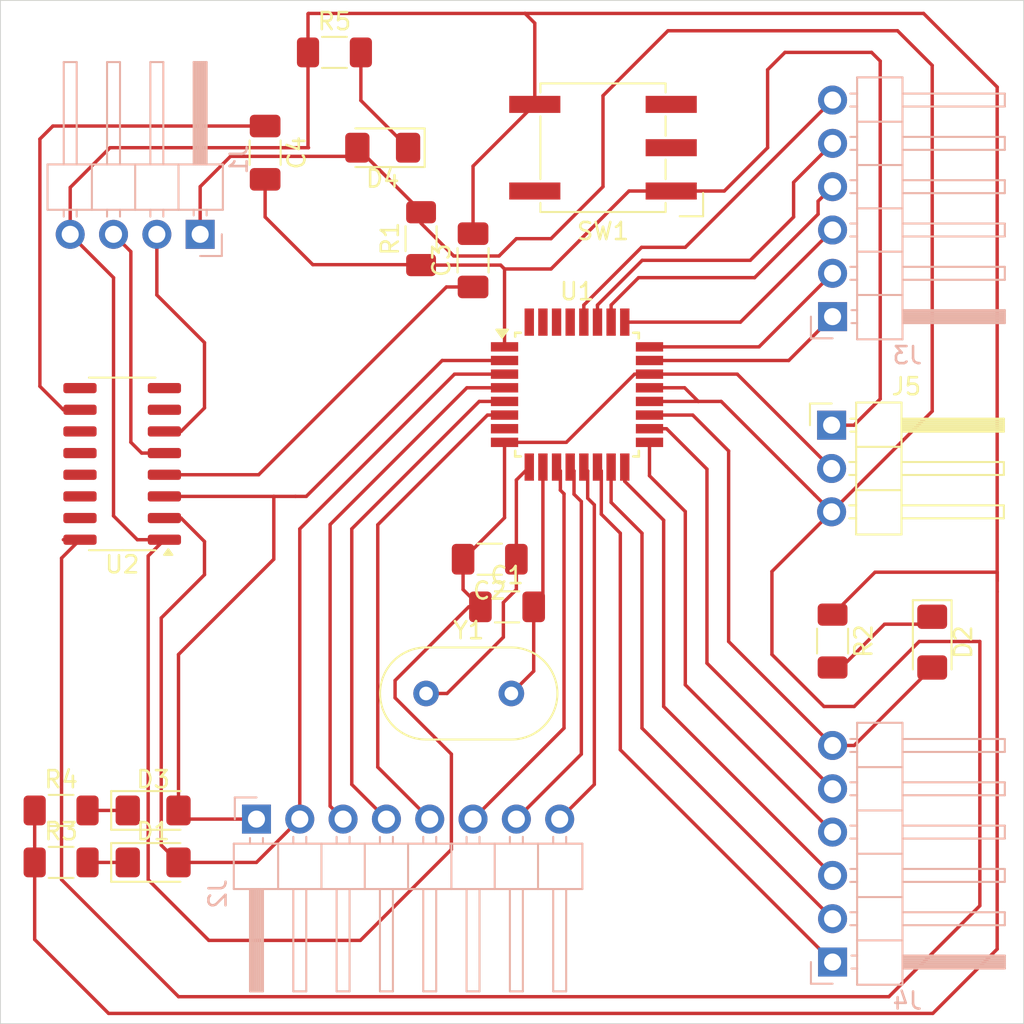
<source format=kicad_pcb>
(kicad_pcb (version 20221018) (generator pcbnew)
  (layers (0 "F.Cu" signal) (31 "B.Cu" signal) (34 "B.Paste" user) (35 "F.Paste" user) (36 "B.SilkS" user "B.Silkscreen") (37 "F.SilkS" user "F.Silkscreen") (38 "B.Mask" user) (39 "F.Mask" user) (44 "Edge.Cuts" user))
  (net 0 "")
  (net 1 "GND")
  (net 2 "Net-(U1-XTAL2{slash}PB7)")
  (net 3 "Net-(J5-Pin_1)")
  (net 4 "+5V")
  (net 5 "Net-(J2-Pin_3)")
  (net 6 "Net-(J2-Pin_4)")
  (net 7 "Net-(J2-Pin_5)")
  (net 8 "Net-(J2-Pin_6)")
  (net 9 "Net-(J2-Pin_7)")
  (net 10 "Net-(J2-Pin_8)")
  (net 11 "Net-(J3-Pin_1)")
  (net 12 "Net-(J3-Pin_2)")
  (net 13 "Net-(J3-Pin_3)")
  (net 14 "Net-(J3-Pin_4)")
  (net 15 "Net-(J3-Pin_5)")
  (net 16 "Net-(J3-Pin_6)")
  (net 17 "Net-(J4-Pin_1)")
  (net 18 "Net-(J4-Pin_2)")
  (net 19 "Net-(J4-Pin_3)")
  (net 20 "Net-(J4-Pin_4)")
  (net 21 "Net-(J4-Pin_5)")
  (net 30 "Net-(J1-Pin_2)")
  (net 31 "Net-(J1-Pin_3)")
  (net 32 "Net-(D2-A)")
  (net 33 "Net-(D2-K)")
  (net 34 "Net-(U2-V3)")
  (net 35 "Net-(U2-~{DSR})")
  (net 36 "Net-(D1-K)")
  (net 37 "Net-(D1-A)")
  (net 38 "Net-(D3-K)")
  (net 39 "Net-(D3-A)")
  (net 40 "Net-(D4-K)")
  (net 41 "Net-(U1-XTAL1{slash}PB6)")
  (footprint "LED_SMD:LED_1206_3216Metric_Pad1.42x1.75mm_HandSolder" (layer "F.Cu") (at 170.688 74.9665 -90)
    (fp_text reference "D2" (at 0 -1.82 90) (layer "F.SilkS"))
    (fp_text value "LED")
    (pad "1" smd roundrect (at -1.4875 0 270) (size 1.425 1.75) (layers "F.Cu" "F.Paste" "F.Mask") (roundrect_rratio 0.175439) (net 33 "Net-(D2-K)"))
    (pad "2" smd roundrect (at 1.4875 0 270) (size 1.425 1.75) (layers "F.Cu" "F.Paste" "F.Mask") (roundrect_rratio 0.175439) (net 32 "Net-(D2-A)"))
  )
  (footprint "Resistor_SMD:R_1206_3216Metric_Pad1.30x1.75mm_HandSolder" (layer "F.Cu") (at 135.636 40.386)
    (fp_text reference "R5" (at 0 -1.82) (layer "F.SilkS"))
    (fp_text value "1k")
    (pad "1" smd roundrect (at -1.55 0) (size 1.3 1.75) (layers "F.Cu" "F.Paste" "F.Mask") (roundrect_rratio 0.192308) (net 1 "GND"))
    (pad "2" smd roundrect (at 1.55 0) (size 1.3 1.75) (layers "F.Cu" "F.Paste" "F.Mask") (roundrect_rratio 0.192308) (net 40 "Net-(D4-K)"))
  )
  (footprint "Capacitor_SMD:C_1206_3216Metric_Pad1.33x1.80mm_HandSolder" (layer "F.Cu") (at 144.7415 70.104 180)
    (fp_text reference "C2" (at 0 -1.85) (layer "F.SilkS"))
    (fp_text value "22pf")
    (pad "1" smd roundrect (at -1.5625 0 180) (size 1.325 1.8) (layers "F.Cu" "F.Paste" "F.Mask") (roundrect_rratio 0.188679) (net 41 "Net-(U1-XTAL1{slash}PB6)"))
    (pad "2" smd roundrect (at 1.5625 0 180) (size 1.325 1.8) (layers "F.Cu" "F.Paste" "F.Mask") (roundrect_rratio 0.188679) (net 1 "GND"))
  )
  (footprint "Resistor_SMD:R_1206_3216Metric_Pad1.30x1.75mm_HandSolder" (layer "F.Cu") (at 140.716 51.308 90)
    (fp_text reference "R1" (at 0 -1.82 90) (layer "F.SilkS"))
    (fp_text value "1k")
    (pad "1" smd roundrect (at -1.55 0 90) (size 1.3 1.75) (layers "F.Cu" "F.Paste" "F.Mask") (roundrect_rratio 0.192308) (net 3 "Net-(J5-Pin_1)"))
    (pad "2" smd roundrect (at 1.55 0 90) (size 1.3 1.75) (layers "F.Cu" "F.Paste" "F.Mask") (roundrect_rratio 0.192308) (net 4 "+5V"))
  )
  (footprint "Resistor_SMD:R_1206_3216Metric_Pad1.30x1.75mm_HandSolder" (layer "F.Cu") (at 119.608 87.884)
    (fp_text reference "R3" (at 0 -1.82) (layer "F.SilkS"))
    (fp_text value "1k")
    (pad "1" smd roundrect (at -1.55 0) (size 1.3 1.75) (layers "F.Cu" "F.Paste" "F.Mask") (roundrect_rratio 0.192308) (net 1 "GND"))
    (pad "2" smd roundrect (at 1.55 0) (size 1.3 1.75) (layers "F.Cu" "F.Paste" "F.Mask") (roundrect_rratio 0.192308) (net 36 "Net-(D1-K)"))
  )
  (footprint "Capacitor_SMD:C_1206_3216Metric_Pad1.33x1.80mm_HandSolder" (layer "F.Cu") (at 143.764 52.578 90)
    (fp_text reference "C3" (at 0 -1.85 90) (layer "F.SilkS"))
    (fp_text value "0.1uf")
    (pad "1" smd roundrect (at -1.5625 0 90) (size 1.325 1.8) (layers "F.Cu" "F.Paste" "F.Mask") (roundrect_rratio 0.188679) (net 34 "Net-(U2-V3)"))
    (pad "2" smd roundrect (at 1.5625 0 90) (size 1.325 1.8) (layers "F.Cu" "F.Paste" "F.Mask") (roundrect_rratio 0.188679) (net 1 "GND"))
  )
  (footprint "Package_SO:SOIC-16_3.9x9.9mm_P1.27mm" (layer "F.Cu") (at 123.19 64.516 180)
    (fp_text reference "U2" (at 0 -5.9) (layer "F.SilkS"))
    (fp_text value "CH340C")
    (pad "1" smd roundrect (at -2.475 -4.445 180) (size 1.95 0.6) (layers "F.Cu" "F.Paste" "F.Mask") (net 1 "GND"))
    (pad "2" smd roundrect (at -2.475 -3.175 180) (size 1.95 0.6) (layers "F.Cu" "F.Paste" "F.Mask") (net 37 "Net-(D1-A)"))
    (pad "3" smd roundrect (at -2.475 -1.905 180) (size 1.95 0.6) (layers "F.Cu" "F.Paste" "F.Mask") (net 39 "Net-(D3-A)"))
    (pad "4" smd roundrect (at -2.475 -0.635 180) (size 1.95 0.6) (layers "F.Cu" "F.Paste" "F.Mask") (net 34 "Net-(U2-V3)"))
    (pad "5" smd roundrect (at -2.475 0.635 180) (size 1.95 0.6) (layers "F.Cu" "F.Paste" "F.Mask") (net 31 "Net-(J1-Pin_3)"))
    (pad "6" smd roundrect (at -2.475 1.905 180) (size 1.95 0.6) (layers "F.Cu" "F.Paste" "F.Mask") (net 30 "Net-(J1-Pin_2)"))
    (pad "7" smd roundrect (at -2.475 3.175 180) (size 1.95 0.6) (layers "F.Cu" "F.Paste" "F.Mask"))
    (pad "8" smd roundrect (at -2.475 4.445 180) (size 1.95 0.6) (layers "F.Cu" "F.Paste" "F.Mask"))
    (pad "9" smd roundrect (at 2.475 4.445 180) (size 1.95 0.6) (layers "F.Cu" "F.Paste" "F.Mask"))
    (pad "10" smd roundrect (at 2.475 3.175 180) (size 1.95 0.6) (layers "F.Cu" "F.Paste" "F.Mask") (net 35 "Net-(U2-~{DSR})"))
    (pad "11" smd roundrect (at 2.475 1.905 180) (size 1.95 0.6) (layers "F.Cu" "F.Paste" "F.Mask"))
    (pad "12" smd roundrect (at 2.475 0.635 180) (size 1.95 0.6) (layers "F.Cu" "F.Paste" "F.Mask"))
    (pad "13" smd roundrect (at 2.475 -0.635 180) (size 1.95 0.6) (layers "F.Cu" "F.Paste" "F.Mask"))
    (pad "14" smd roundrect (at 2.475 -1.905 180) (size 1.95 0.6) (layers "F.Cu" "F.Paste" "F.Mask"))
    (pad "15" smd roundrect (at 2.475 -3.175 180) (size 1.95 0.6) (layers "F.Cu" "F.Paste" "F.Mask"))
    (pad "16" smd roundrect (at 2.475 -4.445 180) (size 1.95 0.6) (layers "F.Cu" "F.Paste" "F.Mask") (net 4 "+5V"))
  )
  (footprint "Crystal:Resonator-2Pin_W10.0mm_H5.0mm" (layer "F.Cu") (at 141.01 77.978)
    (fp_text reference "Y1" (at 2.5 -3.7) (layer "F.SilkS"))
    (fp_text value "Crystal")
    (pad "1" thru_hole circle (at 0 0) (size 1.5 1.5) (drill 0.8) (layers "*.Cu" "*.Mask") (net 41 "Net-(U1-XTAL1{slash}PB6)"))
    (pad "2" thru_hole circle (at 5 0) (size 1.5 1.5) (drill 0.8) (layers "*.Cu" "*.Mask") (net 2 "Net-(U1-XTAL2{slash}PB7)"))
  )
  (footprint "Package_QFP:TQFP-32_7x7mm_P0.8mm" (layer "F.Cu") (at 149.86 60.452)
    (fp_text reference "U1" (at 0 -6.05) (layer "F.SilkS"))
    (fp_text value "ATmega328P-P")
    (pad "1" smd rect (at -4.25 -2.8) (size 1.6 0.55) (layers "F.Cu" "F.Paste" "F.Mask") (net 3 "Net-(J5-Pin_1)"))
    (pad "2" smd rect (at -4.25 -2) (size 1.6 0.55) (layers "F.Cu" "F.Paste" "F.Mask") (net 39 "Net-(D3-A)"))
    (pad "3" smd rect (at -4.25 -1.2) (size 1.6 0.55) (layers "F.Cu" "F.Paste" "F.Mask") (net 37 "Net-(D1-A)"))
    (pad "4" smd rect (at -4.25 -0.4) (size 1.6 0.55) (layers "F.Cu" "F.Paste" "F.Mask") (net 5 "Net-(J2-Pin_3)"))
    (pad "5" smd rect (at -4.25 0.4) (size 1.6 0.55) (layers "F.Cu" "F.Paste" "F.Mask") (net 6 "Net-(J2-Pin_4)"))
    (pad "6" smd rect (at -4.25 1.2) (size 1.6 0.55) (layers "F.Cu" "F.Paste" "F.Mask") (net 7 "Net-(J2-Pin_5)"))
    (pad "7" smd rect (at -4.25 2) (size 1.6 0.55) (layers "F.Cu" "F.Paste" "F.Mask") (net 4 "+5V"))
    (pad "8" smd rect (at -4.25 2.8) (size 1.6 0.55) (layers "F.Cu" "F.Paste" "F.Mask") (net 1 "GND"))
    (pad "9" smd rect (at -2.8 4.25 90) (size 1.6 0.55) (layers "F.Cu" "F.Paste" "F.Mask") (net 41 "Net-(U1-XTAL1{slash}PB6)"))
    (pad "10" smd rect (at -2 4.25 90) (size 1.6 0.55) (layers "F.Cu" "F.Paste" "F.Mask") (net 2 "Net-(U1-XTAL2{slash}PB7)"))
    (pad "11" smd rect (at -1.2 4.25 90) (size 1.6 0.55) (layers "F.Cu" "F.Paste" "F.Mask") (net 8 "Net-(J2-Pin_6)"))
    (pad "12" smd rect (at -0.4 4.25 90) (size 1.6 0.55) (layers "F.Cu" "F.Paste" "F.Mask") (net 9 "Net-(J2-Pin_7)"))
    (pad "13" smd rect (at 0.4 4.25 90) (size 1.6 0.55) (layers "F.Cu" "F.Paste" "F.Mask") (net 10 "Net-(J2-Pin_8)"))
    (pad "14" smd rect (at 1.2 4.25 90) (size 1.6 0.55) (layers "F.Cu" "F.Paste" "F.Mask") (net 17 "Net-(J4-Pin_1)"))
    (pad "15" smd rect (at 2 4.25 90) (size 1.6 0.55) (layers "F.Cu" "F.Paste" "F.Mask") (net 18 "Net-(J4-Pin_2)"))
    (pad "16" smd rect (at 2.8 4.25 90) (size 1.6 0.55) (layers "F.Cu" "F.Paste" "F.Mask") (net 19 "Net-(J4-Pin_3)"))
    (pad "17" smd rect (at 4.25 2.8) (size 1.6 0.55) (layers "F.Cu" "F.Paste" "F.Mask") (net 20 "Net-(J4-Pin_4)"))
    (pad "18" smd rect (at 4.25 2) (size 1.6 0.55) (layers "F.Cu" "F.Paste" "F.Mask") (net 21 "Net-(J4-Pin_5)"))
    (pad "19" smd rect (at 4.25 1.2) (size 1.6 0.55) (layers "F.Cu" "F.Paste" "F.Mask") (net 32 "Net-(D2-A)"))
    (pad "20" smd rect (at 4.25 0.4) (size 1.6 0.55) (layers "F.Cu" "F.Paste" "F.Mask") (net 4 "+5V"))
    (pad "21" smd rect (at 4.25 -0.4) (size 1.6 0.55) (layers "F.Cu" "F.Paste" "F.Mask") (net 4 "+5V"))
    (pad "22" smd rect (at 4.25 -1.2) (size 1.6 0.55) (layers "F.Cu" "F.Paste" "F.Mask") (net 1 "GND"))
    (pad "23" smd rect (at 4.25 -2) (size 1.6 0.55) (layers "F.Cu" "F.Paste" "F.Mask") (net 11 "Net-(J3-Pin_1)"))
    (pad "24" smd rect (at 4.25 -2.8) (size 1.6 0.55) (layers "F.Cu" "F.Paste" "F.Mask") (net 12 "Net-(J3-Pin_2)"))
    (pad "25" smd rect (at 2.8 -4.25 90) (size 1.6 0.55) (layers "F.Cu" "F.Paste" "F.Mask") (net 13 "Net-(J3-Pin_3)"))
    (pad "26" smd rect (at 2 -4.25 90) (size 1.6 0.55) (layers "F.Cu" "F.Paste" "F.Mask") (net 14 "Net-(J3-Pin_4)"))
    (pad "27" smd rect (at 1.2 -4.25 90) (size 1.6 0.55) (layers "F.Cu" "F.Paste" "F.Mask") (net 15 "Net-(J3-Pin_5)"))
    (pad "28" smd rect (at 0.4 -4.25 90) (size 1.6 0.55) (layers "F.Cu" "F.Paste" "F.Mask") (net 16 "Net-(J3-Pin_6)"))
    (pad "29" smd rect (at -0.4 -4.25 90) (size 1.6 0.55) (layers "F.Cu" "F.Paste" "F.Mask"))
    (pad "30" smd rect (at -1.2 -4.25 90) (size 1.6 0.55) (layers "F.Cu" "F.Paste" "F.Mask"))
    (pad "31" smd rect (at -2 -4.25 90) (size 1.6 0.55) (layers "F.Cu" "F.Paste" "F.Mask"))
    (pad "32" smd rect (at -2.8 -4.25 90) (size 1.6 0.55) (layers "F.Cu" "F.Paste" "F.Mask"))
  )
  (footprint "Button_Switch_SMD:Nidec_Copal_SH-7040B" (layer "F.Cu") (at 151.384 45.974 180)
    (fp_text reference "SW1" (at 0 -4.9 180) (layer "F.SilkS"))
    (fp_text value "SW_Push")
    (pad "1" smd rect (at -4 -2.54 180) (size 3 1) (layers "F.Cu" "F.Paste" "F.Mask") (net 3 "Net-(J5-Pin_1)"))
    (pad "2" smd rect (at 4 2.54 180) (size 3 1) (layers "F.Cu" "F.Paste" "F.Mask") (net 1 "GND"))
    (pad "4" smd rect (at -4 2.54 180) (size 3 1) (layers "F.Cu" "F.Paste" "F.Mask"))
    (pad "8" smd rect (at 4 -2.54 180) (size 3 1) (layers "F.Cu" "F.Paste" "F.Mask"))
    (pad "C" smd rect (at -4 0 180) (size 3 1) (layers "F.Cu" "F.Paste" "F.Mask"))
  )
  (footprint "LED_SMD:LED_1206_3216Metric_Pad1.42x1.75mm_HandSolder" (layer "F.Cu") (at 125.0045 84.836)
    (fp_text reference "D3" (at 0 -1.82) (layer "F.SilkS"))
    (fp_text value "LED")
    (pad "1" smd roundrect (at -1.4875 0) (size 1.425 1.75) (layers "F.Cu" "F.Paste" "F.Mask") (roundrect_rratio 0.175439) (net 38 "Net-(D3-K)"))
    (pad "2" smd roundrect (at 1.4875 0) (size 1.425 1.75) (layers "F.Cu" "F.Paste" "F.Mask") (roundrect_rratio 0.175439) (net 39 "Net-(D3-A)"))
  )
  (footprint "LED_SMD:LED_1206_3216Metric_Pad1.42x1.75mm_HandSolder" (layer "F.Cu") (at 138.4665 45.974 180)
    (fp_text reference "D4" (at 0 -1.82) (layer "F.SilkS"))
    (fp_text value "LED")
    (pad "1" smd roundrect (at -1.4875 0 180) (size 1.425 1.75) (layers "F.Cu" "F.Paste" "F.Mask") (roundrect_rratio 0.175439) (net 40 "Net-(D4-K)"))
    (pad "2" smd roundrect (at 1.4875 0 180) (size 1.425 1.75) (layers "F.Cu" "F.Paste" "F.Mask") (roundrect_rratio 0.175439) (net 4 "+5V"))
  )
  (footprint "Connector_PinHeader_2.54mm:PinHeader_1x03_P2.54mm_Horizontal" (layer "F.Cu") (at 164.789 62.245)
    (fp_text reference "J5" (at 4.385 -2.27) (layer "F.SilkS"))
    (fp_text value "Power_pin")
    (pad "1" thru_hole rect (at 0 0) (size 1.7 1.7) (drill 1) (layers "*.Cu" "*.Mask") (net 3 "Net-(J5-Pin_1)"))
    (pad "2" thru_hole oval (at 0 2.54) (size 1.7 1.7) (drill 1) (layers "*.Cu" "*.Mask") (net 1 "GND"))
    (pad "3" thru_hole oval (at 0 5.08) (size 1.7 1.7) (drill 1) (layers "*.Cu" "*.Mask") (net 4 "+5V"))
  )
  (footprint "Resistor_SMD:R_1206_3216Metric_Pad1.30x1.75mm_HandSolder" (layer "F.Cu") (at 164.846 74.904 -90)
    (fp_text reference "R2" (at 0 -1.82 90) (layer "F.SilkS"))
    (fp_text value "1k")
    (pad "1" smd roundrect (at -1.55 0 270) (size 1.3 1.75) (layers "F.Cu" "F.Paste" "F.Mask") (roundrect_rratio 0.192308) (net 1 "GND"))
    (pad "2" smd roundrect (at 1.55 0 270) (size 1.3 1.75) (layers "F.Cu" "F.Paste" "F.Mask") (roundrect_rratio 0.192308) (net 33 "Net-(D2-K)"))
  )
  (footprint "LED_SMD:LED_1206_3216Metric_Pad1.42x1.75mm_HandSolder" (layer "F.Cu") (at 125.0045 87.884)
    (fp_text reference "D1" (at 0 -1.82) (layer "F.SilkS"))
    (fp_text value "LED")
    (pad "1" smd roundrect (at -1.4875 0) (size 1.425 1.75) (layers "F.Cu" "F.Paste" "F.Mask") (roundrect_rratio 0.175439) (net 36 "Net-(D1-K)"))
    (pad "2" smd roundrect (at 1.4875 0) (size 1.425 1.75) (layers "F.Cu" "F.Paste" "F.Mask") (roundrect_rratio 0.175439) (net 37 "Net-(D1-A)"))
  )
  (footprint "Capacitor_SMD:C_1206_3216Metric_Pad1.33x1.80mm_HandSolder" (layer "F.Cu") (at 131.572 46.2665 -90)
    (fp_text reference "C4" (at 0 -1.85 90) (layer "F.SilkS"))
    (fp_text value "0.1uf")
    (pad "1" smd roundrect (at -1.5625 0 270) (size 1.325 1.8) (layers "F.Cu" "F.Paste" "F.Mask") (roundrect_rratio 0.188679) (net 35 "Net-(U2-~{DSR})"))
    (pad "2" smd roundrect (at 1.5625 0 270) (size 1.325 1.8) (layers "F.Cu" "F.Paste" "F.Mask") (roundrect_rratio 0.188679) (net 3 "Net-(J5-Pin_1)"))
  )
  (footprint "Capacitor_SMD:C_1206_3216Metric_Pad1.33x1.80mm_HandSolder" (layer "F.Cu") (at 145.7575 72.898)
    (fp_text reference "C1" (at 0 -1.85) (layer "F.SilkS"))
    (fp_text value "22pf")
    (pad "1" smd roundrect (at -1.5625 0) (size 1.325 1.8) (layers "F.Cu" "F.Paste" "F.Mask") (roundrect_rratio 0.188679) (net 1 "GND"))
    (pad "2" smd roundrect (at 1.5625 0) (size 1.325 1.8) (layers "F.Cu" "F.Paste" "F.Mask") (roundrect_rratio 0.188679) (net 2 "Net-(U1-XTAL2{slash}PB7)"))
  )
  (footprint "Resistor_SMD:R_1206_3216Metric_Pad1.30x1.75mm_HandSolder" (layer "F.Cu") (at 119.608 84.836)
    (fp_text reference "R4" (at 0 -1.82) (layer "F.SilkS"))
    (fp_text value "1k")
    (pad "1" smd roundrect (at -1.55 0) (size 1.3 1.75) (layers "F.Cu" "F.Paste" "F.Mask") (roundrect_rratio 0.192308) (net 1 "GND"))
    (pad "2" smd roundrect (at 1.55 0) (size 1.3 1.75) (layers "F.Cu" "F.Paste" "F.Mask") (roundrect_rratio 0.192308) (net 38 "Net-(D3-K)"))
  )
  (footprint "Connector_PinHeader_2.54mm:PinHeader_1x08_P2.54mm_Horizontal" (layer "B.Cu") (at 131.064 85.344 -90)
    (fp_text reference "J2" (at 4.385 2.27 -270) (layer "B.SilkS") (effects (justify mirror)))
    (fp_text value "portD")
    (pad "1" thru_hole rect (at 0 0 270) (size 1.7 1.7) (drill 1) (layers "*.Cu" "*.Mask") (net 39 "Net-(D3-A)"))
    (pad "2" thru_hole oval (at 0 -2.54 270) (size 1.7 1.7) (drill 1) (layers "*.Cu" "*.Mask") (net 37 "Net-(D1-A)"))
    (pad "3" thru_hole oval (at 0 -5.08 270) (size 1.7 1.7) (drill 1) (layers "*.Cu" "*.Mask") (net 5 "Net-(J2-Pin_3)"))
    (pad "4" thru_hole oval (at 0 -7.62 270) (size 1.7 1.7) (drill 1) (layers "*.Cu" "*.Mask") (net 6 "Net-(J2-Pin_4)"))
    (pad "5" thru_hole oval (at 0 -10.16 270) (size 1.7 1.7) (drill 1) (layers "*.Cu" "*.Mask") (net 7 "Net-(J2-Pin_5)"))
    (pad "6" thru_hole oval (at 0 -12.7 270) (size 1.7 1.7) (drill 1) (layers "*.Cu" "*.Mask") (net 8 "Net-(J2-Pin_6)"))
    (pad "7" thru_hole oval (at 0 -15.24 270) (size 1.7 1.7) (drill 1) (layers "*.Cu" "*.Mask") (net 9 "Net-(J2-Pin_7)"))
    (pad "8" thru_hole oval (at 0 -17.78 270) (size 1.7 1.7) (drill 1) (layers "*.Cu" "*.Mask") (net 10 "Net-(J2-Pin_8)"))
  )
  (footprint "Connector_PinHeader_2.54mm:PinHeader_1x04_P2.54mm_Horizontal" (layer "B.Cu") (at 127.762 51.054 90)
    (fp_text reference "J1" (at 4.385 2.27 90) (layer "B.SilkS") (effects (justify mirror)))
    (fp_text value "USB-C")
    (pad "1" thru_hole rect (at 0 0 90) (size 1.7 1.7) (drill 1) (layers "*.Cu" "*.Mask") (net 4 "+5V"))
    (pad "2" thru_hole oval (at 0 -2.54 90) (size 1.7 1.7) (drill 1) (layers "*.Cu" "*.Mask") (net 30 "Net-(J1-Pin_2)"))
    (pad "3" thru_hole oval (at 0 -5.08 90) (size 1.7 1.7) (drill 1) (layers "*.Cu" "*.Mask") (net 31 "Net-(J1-Pin_3)"))
    (pad "4" thru_hole oval (at 0 -7.62 90) (size 1.7 1.7) (drill 1) (layers "*.Cu" "*.Mask") (net 1 "GND"))
  )
  (footprint "Connector_PinHeader_2.54mm:PinHeader_1x06_P2.54mm_Horizontal" (layer "B.Cu") (at 164.846 55.88)
    (fp_text reference "J3" (at 4.385 2.27 180) (layer "B.SilkS") (effects (justify mirror)))
    (fp_text value "portC")
    (pad "1" thru_hole rect (at 0 0) (size 1.7 1.7) (drill 1) (layers "*.Cu" "*.Mask") (net 11 "Net-(J3-Pin_1)"))
    (pad "2" thru_hole oval (at 0 -2.54) (size 1.7 1.7) (drill 1) (layers "*.Cu" "*.Mask") (net 12 "Net-(J3-Pin_2)"))
    (pad "3" thru_hole oval (at 0 -5.08) (size 1.7 1.7) (drill 1) (layers "*.Cu" "*.Mask") (net 13 "Net-(J3-Pin_3)"))
    (pad "4" thru_hole oval (at 0 -7.62) (size 1.7 1.7) (drill 1) (layers "*.Cu" "*.Mask") (net 14 "Net-(J3-Pin_4)"))
    (pad "5" thru_hole oval (at 0 -10.16) (size 1.7 1.7) (drill 1) (layers "*.Cu" "*.Mask") (net 15 "Net-(J3-Pin_5)"))
    (pad "6" thru_hole oval (at 0 -12.7) (size 1.7 1.7) (drill 1) (layers "*.Cu" "*.Mask") (net 16 "Net-(J3-Pin_6)"))
  )
  (footprint "Connector_PinHeader_2.54mm:PinHeader_1x06_P2.54mm_Horizontal" (layer "B.Cu") (at 164.846 93.726)
    (fp_text reference "J4" (at 4.385 2.27 180) (layer "B.SilkS") (effects (justify mirror)))
    (fp_text value "portB")
    (pad "1" thru_hole rect (at 0 0) (size 1.7 1.7) (drill 1) (layers "*.Cu" "*.Mask") (net 17 "Net-(J4-Pin_1)"))
    (pad "2" thru_hole oval (at 0 -2.54) (size 1.7 1.7) (drill 1) (layers "*.Cu" "*.Mask") (net 18 "Net-(J4-Pin_2)"))
    (pad "3" thru_hole oval (at 0 -5.08) (size 1.7 1.7) (drill 1) (layers "*.Cu" "*.Mask") (net 19 "Net-(J4-Pin_3)"))
    (pad "4" thru_hole oval (at 0 -7.62) (size 1.7 1.7) (drill 1) (layers "*.Cu" "*.Mask") (net 20 "Net-(J4-Pin_4)"))
    (pad "5" thru_hole oval (at 0 -10.16) (size 1.7 1.7) (drill 1) (layers "*.Cu" "*.Mask") (net 21 "Net-(J4-Pin_5)"))
    (pad "6" thru_hole oval (at 0 -12.7) (size 1.7 1.7) (drill 1) (layers "*.Cu" "*.Mask") (net 32 "Net-(D2-A)"))
  )
  (gr_rect (start 116.05 37.338) (end 176.05 97.338) (stroke (width 0.05)) (fill none) (layer "Edge.Cuts"))
  (segment (start 174.498 42.418) (end 174.498 71.374) (width 0.2) (layer "F.Cu") (net 1))
  (segment (start 139.192 78.232) (end 142.494 81.534) (width 0.2) (layer "F.Cu") (net 1))
  (segment (start 146.558 43.434) (end 147.384 43.434) (width 0.2) (layer "F.Cu") (net 1))
  (segment (start 145.61 63.252) (end 145.61 67.673) (width 0.2) (layer "F.Cu") (net 1))
  (segment (start 124.714 88.9) (end 124.714 69.912) (width 0.2) (layer "F.Cu") (net 1))
  (segment (start 122.475 45.974) (end 134.112 45.974) (width 0.2) (layer "F.Cu") (net 1))
  (segment (start 174.498 92.964) (end 170.724 96.738) (width 0.2) (layer "F.Cu") (net 1))
  (segment (start 122.682 67.564) (end 124.079 68.961) (width 0.2) (layer "F.Cu") (net 1))
  (segment (start 134.086 45.948) (end 134.086 40.386) (width 0.2) (layer "F.Cu") (net 1))
  (segment (start 145.61 63.252) (end 149.235 63.252) (width 0.2) (layer "F.Cu") (net 1))
  (segment (start 170.724 96.738) (end 122.392 96.738) (width 0.2) (layer "F.Cu") (net 1))
  (segment (start 120.142 48.307) (end 122.475 45.974) (width 0.2) (layer "F.Cu") (net 1))
  (segment (start 134.112 45.974) (end 134.086 45.948) (width 0.2) (layer "F.Cu") (net 1))
  (segment (start 147.384 38.672) (end 147.384 43.434) (width 0.2) (layer "F.Cu") (net 1))
  (segment (start 134.112 38.1) (end 134.086 38.126) (width 0.2) (layer "F.Cu") (net 1))
  (segment (start 143.764 51.0155) (end 143.764 47.054) (width 0.2) (layer "F.Cu") (net 1))
  (segment (start 149.235 63.252) (end 153.235 59.252) (width 0.2) (layer "F.Cu") (net 1))
  (segment (start 143.179 70.104) (end 143.179 71.882) (width 0.2) (layer "F.Cu") (net 1))
  (segment (start 142.494 87.122) (end 137.16 92.456) (width 0.2) (layer "F.Cu") (net 1))
  (segment (start 118.058 87.884) (end 118.058 84.836) (width 0.2) (layer "F.Cu") (net 1))
  (segment (start 122.682 53.594) (end 120.142 51.054) (width 0.2) (layer "F.Cu") (net 1))
  (segment (start 128.27 92.456) (end 124.714 88.9) (width 0.2) (layer "F.Cu") (net 1))
  (segment (start 120.142 51.054) (end 120.142 48.307) (width 0.2) (layer "F.Cu") (net 1))
  (segment (start 170.18 38.1) (end 174.498 42.418) (width 0.2) (layer "F.Cu") (net 1))
  (segment (start 146.812 38.1) (end 170.18 38.1) (width 0.2) (layer "F.Cu") (net 1))
  (segment (start 146.812 38.1) (end 134.112 38.1) (width 0.2) (layer "F.Cu") (net 1))
  (segment (start 159.256 59.252) (end 164.789 64.785) (width 0.2) (layer "F.Cu") (net 1))
  (segment (start 122.682 67.564) (end 122.682 53.594) (width 0.2) (layer "F.Cu") (net 1))
  (segment (start 174.498 70.866) (end 174.498 71.374) (width 0.2) (layer "F.Cu") (net 1))
  (segment (start 174.498 71.374) (end 174.498 72.009) (width 0.2) (layer "F.Cu") (net 1))
  (segment (start 154.11 59.252) (end 159.256 59.252) (width 0.2) (layer "F.Cu") (net 1))
  (segment (start 164.846 73.354) (end 167.334 70.866) (width 0.2) (layer "F.Cu") (net 1))
  (segment (start 118.058 92.404) (end 118.058 87.884) (width 0.2) (layer "F.Cu") (net 1))
  (segment (start 143.51 72.898) (end 139.192 77.216) (width 0.2) (layer "F.Cu") (net 1))
  (segment (start 124.714 69.912) (end 125.665 68.961) (width 0.2) (layer "F.Cu") (net 1))
  (segment (start 143.764 47.054) (end 147.384 43.434) (width 0.2) (layer "F.Cu") (net 1))
  (segment (start 153.235 59.252) (end 154.11 59.252) (width 0.2) (layer "F.Cu") (net 1))
  (segment (start 139.192 77.216) (end 139.192 78.232) (width 0.2) (layer "F.Cu") (net 1))
  (segment (start 142.494 81.534) (end 142.494 87.122) (width 0.2) (layer "F.Cu") (net 1))
  (segment (start 143.179 71.882) (end 144.195 72.898) (width 0.2) (layer "F.Cu") (net 1))
  (segment (start 144.195 72.898) (end 143.51 72.898) (width 0.2) (layer "F.Cu") (net 1))
  (segment (start 174.498 72.009) (end 174.498 92.964) (width 0.2) (layer "F.Cu") (net 1))
  (segment (start 167.334 70.866) (end 174.498 70.866) (width 0.2) (layer "F.Cu") (net 1))
  (segment (start 122.392 96.738) (end 118.058 92.404) (width 0.2) (layer "F.Cu") (net 1))
  (segment (start 145.61 67.673) (end 143.179 70.104) (width 0.2) (layer "F.Cu") (net 1))
  (segment (start 134.086 38.126) (end 134.086 40.386) (width 0.2) (layer "F.Cu") (net 1))
  (segment (start 146.812 38.1) (end 147.384 38.672) (width 0.2) (layer "F.Cu") (net 1))
  (segment (start 137.16 92.456) (end 128.27 92.456) (width 0.2) (layer "F.Cu") (net 1))
  (segment (start 124.079 68.961) (end 125.665 68.961) (width 0.2) (layer "F.Cu") (net 1))
  (segment (start 147.86 64.702) (end 147.86 72.358) (width 0.2) (layer "F.Cu") (net 2))
  (segment (start 147.32 72.898) (end 147.32 76.668) (width 0.2) (layer "F.Cu") (net 2))
  (segment (start 147.86 72.358) (end 147.32 72.898) (width 0.2) (layer "F.Cu") (net 2))
  (segment (start 147.32 76.668) (end 146.01 77.978) (width 0.2) (layer "F.Cu") (net 2))
  (segment (start 134.366 52.832) (end 131.572 50.038) (width 0.2) (layer "F.Cu") (net 3))
  (segment (start 161.036 41.402) (end 162.052 40.386) (width 0.2) (layer "F.Cu") (net 3))
  (segment (start 131.572 50.038) (end 131.572 47.829) (width 0.2) (layer "F.Cu") (net 3))
  (segment (start 140.69 52.832) (end 140.716 52.858) (width 0.2) (layer "F.Cu") (net 3))
  (segment (start 167.64 40.894) (end 167.64 60.706) (width 0.2) (layer "F.Cu") (net 3))
  (segment (start 148.336 53.086) (end 152.908 48.514) (width 0.2) (layer "F.Cu") (net 3))
  (segment (start 166.101 62.245) (end 164.789 62.245) (width 0.2) (layer "F.Cu") (net 3))
  (segment (start 145.61 57.652) (end 145.61 53.086) (width 0.2) (layer "F.Cu") (net 3))
  (segment (start 145.61 53.086) (end 148.336 53.086) (width 0.2) (layer "F.Cu") (net 3))
  (segment (start 152.908 48.514) (end 155.384 48.514) (width 0.2) (layer "F.Cu") (net 3))
  (segment (start 145.382 52.858) (end 145.61 53.086) (width 0.2) (layer "F.Cu") (net 3))
  (segment (start 158.496 48.514) (end 161.036 45.974) (width 0.2) (layer "F.Cu") (net 3))
  (segment (start 161.036 45.974) (end 161.036 41.402) (width 0.2) (layer "F.Cu") (net 3))
  (segment (start 167.132 40.386) (end 167.64 40.894) (width 0.2) (layer "F.Cu") (net 3))
  (segment (start 155.384 48.514) (end 158.496 48.514) (width 0.2) (layer "F.Cu") (net 3))
  (segment (start 167.64 60.706) (end 166.101 62.245) (width 0.2) (layer "F.Cu") (net 3))
  (segment (start 162.052 40.386) (end 167.132 40.386) (width 0.2) (layer "F.Cu") (net 3))
  (segment (start 140.716 52.858) (end 145.382 52.858) (width 0.2) (layer "F.Cu") (net 3))
  (segment (start 134.366 52.832) (end 140.69 52.832) (width 0.2) (layer "F.Cu") (net 3))
  (segment (start 140.716 50.408) (end 142.632 52.324) (width 0.2) (layer "F.Cu") (net 4))
  (segment (start 173.482 90.424) (end 168.148 95.758) (width 0.2) (layer "F.Cu") (net 4))
  (segment (start 129.54 46.482) (end 136.471 46.482) (width 0.2) (layer "F.Cu") (net 4))
  (segment (start 169.926 74.93) (end 173.482 74.93) (width 0.2) (layer "F.Cu") (net 4))
  (segment (start 163.794 66.33) (end 164.789 67.325) (width 0.2) (layer "F.Cu") (net 4))
  (segment (start 156.172 60.052) (end 156.972 60.852) (width 0.2) (layer "F.Cu") (net 4))
  (segment (start 170.688 41.148) (end 170.688 61.426) (width 0.2) (layer "F.Cu") (net 4))
  (segment (start 140.716 49.758) (end 140.716 49.711) (width 0.2) (layer "F.Cu") (net 4))
  (segment (start 154.11 60.052) (end 156.172 60.052) (width 0.2) (layer "F.Cu") (net 4))
  (segment (start 151.384 48.26) (end 151.384 42.926) (width 0.2) (layer "F.Cu") (net 4))
  (segment (start 170.688 61.426) (end 164.789 67.325) (width 0.2) (layer "F.Cu") (net 4))
  (segment (start 156.972 60.852) (end 158.316 60.852) (width 0.2) (layer "F.Cu") (net 4))
  (segment (start 145.288 52.324) (end 146.304 51.308) (width 0.2) (layer "F.Cu") (net 4))
  (segment (start 127.762 51.054) (end 127.762 48.26) (width 0.2) (layer "F.Cu") (net 4))
  (segment (start 168.148 95.758) (end 126.497686 95.758) (width 0.2) (layer "F.Cu") (net 4))
  (segment (start 173.482 74.93) (end 173.482 90.424) (width 0.2) (layer "F.Cu") (net 4))
  (segment (start 166.116 78.74) (end 169.926 74.93) (width 0.2) (layer "F.Cu") (net 4))
  (segment (start 140.716 49.711) (end 136.979 45.974) (width 0.2) (layer "F.Cu") (net 4))
  (segment (start 168.656 39.116) (end 170.688 41.148) (width 0.2) (layer "F.Cu") (net 4))
  (segment (start 119.634 70.042) (end 120.715 68.961) (width 0.2) (layer "F.Cu") (net 4))
  (segment (start 161.29 70.824) (end 161.29 75.692) (width 0.2) (layer "F.Cu") (net 4))
  (segment (start 127.762 48.26) (end 129.54 46.482) (width 0.2) (layer "F.Cu") (net 4))
  (segment (start 161.29 75.692) (end 164.338 78.74) (width 0.2) (layer "F.Cu") (net 4))
  (segment (start 158.316 60.852) (end 162.143 64.679) (width 0.2) (layer "F.Cu") (net 4))
  (segment (start 126.497686 95.758) (end 119.634 88.894314) (width 0.2) (layer "F.Cu") (net 4))
  (segment (start 119.740001 68.961) (end 120.715 68.961) (width 0.2) (layer "F.Cu") (net 4))
  (segment (start 154.11 60.852) (end 156.972 60.852) (width 0.2) (layer "F.Cu") (net 4))
  (segment (start 140.716 49.758) (end 140.716 50.408) (width 0.2) (layer "F.Cu") (net 4))
  (segment (start 136.471 46.482) (end 136.979 45.974) (width 0.2) (layer "F.Cu") (net 4))
  (segment (start 148.336 51.308) (end 151.384 48.26) (width 0.2) (layer "F.Cu") (net 4))
  (segment (start 146.304 51.308) (end 148.336 51.308) (width 0.2) (layer "F.Cu") (net 4))
  (segment (start 119.634 88.894314) (end 119.634 70.042) (width 0.2) (layer "F.Cu") (net 4))
  (segment (start 164.789 67.325) (end 161.29 70.824) (width 0.2) (layer "F.Cu") (net 4))
  (segment (start 162.143 64.679) (end 163.794 66.33) (width 0.2) (layer "F.Cu") (net 4))
  (segment (start 142.632 52.324) (end 145.288 52.324) (width 0.2) (layer "F.Cu") (net 4))
  (segment (start 164.338 78.74) (end 166.116 78.74) (width 0.2) (layer "F.Cu") (net 4))
  (segment (start 151.384 42.926) (end 155.194 39.116) (width 0.2) (layer "F.Cu") (net 4))
  (segment (start 155.194 39.116) (end 168.656 39.116) (width 0.2) (layer "F.Cu") (net 4))
  (segment (start 143.402 60.052) (end 145.61 60.052) (width 0.2) (layer "F.Cu") (net 5))
  (segment (start 135.382 84.582) (end 135.382 68.072) (width 0.2) (layer "F.Cu") (net 5))
  (segment (start 135.382 68.072) (end 143.402 60.052) (width 0.2) (layer "F.Cu") (net 5))
  (segment (start 136.144 85.344) (end 135.382 84.582) (width 0.2) (layer "F.Cu") (net 5))
  (segment (start 136.652 68.326) (end 144.126 60.852) (width 0.2) (layer "F.Cu") (net 6))
  (segment (start 138.684 85.344) (end 136.652 83.312) (width 0.2) (layer "F.Cu") (net 6))
  (segment (start 136.652 83.312) (end 136.652 68.326) (width 0.2) (layer "F.Cu") (net 6))
  (segment (start 144.126 60.852) (end 145.61 60.852) (width 0.2) (layer "F.Cu") (net 6))
  (segment (start 138.176 82.296) (end 138.176 68.086) (width 0.2) (layer "F.Cu") (net 7))
  (segment (start 144.61 61.652) (end 145.61 61.652) (width 0.2) (layer "F.Cu") (net 7))
  (segment (start 141.224 85.344) (end 138.176 82.296) (width 0.2) (layer "F.Cu") (net 7))
  (segment (start 138.176 68.086) (end 144.61 61.652) (width 0.2) (layer "F.Cu") (net 7))
  (segment (start 148.885 64.927) (end 148.885 66.057744) (width 0.2) (layer "F.Cu") (net 8))
  (segment (start 149.098 80.01) (end 143.764 85.344) (width 0.2) (layer "F.Cu") (net 8))
  (segment (start 149.098 66.270744) (end 149.098 80.01) (width 0.2) (layer "F.Cu") (net 8))
  (segment (start 148.885 66.057744) (end 149.098 66.270744) (width 0.2) (layer "F.Cu") (net 8))
  (segment (start 148.66 64.702) (end 148.885 64.927) (width 0.2) (layer "F.Cu") (net 8))
  (segment (start 150.114 81.534) (end 146.304 85.344) (width 0.2) (layer "F.Cu") (net 9))
  (segment (start 149.46 64.702) (end 149.685 64.927) (width 0.2) (layer "F.Cu") (net 9))
  (segment (start 149.685 66.292058) (end 150.114 66.721058) (width 0.2) (layer "F.Cu") (net 9))
  (segment (start 149.685 64.927) (end 149.685 66.292058) (width 0.2) (layer "F.Cu") (net 9))
  (segment (start 150.114 66.721058) (end 150.114 81.534) (width 0.2) (layer "F.Cu") (net 9))
  (segment (start 150.485 66.526372) (end 150.876 66.917372) (width 0.2) (layer "F.Cu") (net 10))
  (segment (start 150.26 64.702) (end 150.485 64.927) (width 0.2) (layer "F.Cu") (net 10))
  (segment (start 150.876 66.917372) (end 150.876 83.312) (width 0.2) (layer "F.Cu") (net 10))
  (segment (start 150.485 64.927) (end 150.485 66.526372) (width 0.2) (layer "F.Cu") (net 10))
  (segment (start 150.876 83.312) (end 148.844 85.344) (width 0.2) (layer "F.Cu") (net 10))
  (segment (start 162.274 58.452) (end 164.846 55.88) (width 0.2) (layer "F.Cu") (net 11))
  (segment (start 154.11 58.452) (end 162.274 58.452) (width 0.2) (layer "F.Cu") (net 11))
  (segment (start 160.534 57.652) (end 164.846 53.34) (width 0.2) (layer "F.Cu") (net 12))
  (segment (start 154.11 57.652) (end 160.534 57.652) (width 0.2) (layer "F.Cu") (net 12))
  (segment (start 152.66 56.202) (end 159.444 56.202) (width 0.2) (layer "F.Cu") (net 13))
  (segment (start 159.444 56.202) (end 164.846 50.8) (width 0.2) (layer "F.Cu") (net 13))
  (segment (start 163.996 49.872) (end 163.996 49.11) (width 0.2) (layer "F.Cu") (net 14))
  (segment (start 160.274 53.594) (end 163.996 49.872) (width 0.2) (layer "F.Cu") (net 14))
  (segment (start 151.86 56.202) (end 151.86 55.202) (width 0.2) (layer "F.Cu") (net 14))
  (segment (start 163.996 49.11) (end 164.846 48.26) (width 0.2) (layer "F.Cu") (net 14))
  (segment (start 153.468 53.594) (end 160.274 53.594) (width 0.2) (layer "F.Cu") (net 14))
  (segment (start 151.86 55.202) (end 153.468 53.594) (width 0.2) (layer "F.Cu") (net 14))
  (segment (start 162.56 50.038) (end 162.56 48.006) (width 0.2) (layer "F.Cu") (net 15))
  (segment (start 153.684 52.578) (end 160.02 52.578) (width 0.2) (layer "F.Cu") (net 15))
  (segment (start 162.56 48.006) (end 164.846 45.72) (width 0.2) (layer "F.Cu") (net 15))
  (segment (start 151.06 55.202) (end 153.684 52.578) (width 0.2) (layer "F.Cu") (net 15))
  (segment (start 151.06 56.202) (end 151.06 55.202) (width 0.2) (layer "F.Cu") (net 15))
  (segment (start 160.02 52.578) (end 162.56 50.038) (width 0.2) (layer "F.Cu") (net 15))
  (segment (start 156.21 51.816) (end 164.846 43.18) (width 0.2) (layer "F.Cu") (net 16))
  (segment (start 153.646 51.816) (end 156.21 51.816) (width 0.2) (layer "F.Cu") (net 16))
  (segment (start 150.26 55.202) (end 153.646 51.816) (width 0.2) (layer "F.Cu") (net 16))
  (segment (start 150.26 56.202) (end 150.26 55.202) (width 0.2) (layer "F.Cu") (net 16))
  (segment (start 152.4 81.28) (end 164.846 93.726) (width 0.2) (layer "F.Cu") (net 17))
  (segment (start 151.285 64.927) (end 151.285 67.465) (width 0.2) (layer "F.Cu") (net 17))
  (segment (start 152.4 68.58) (end 152.4 81.28) (width 0.2) (layer "F.Cu") (net 17))
  (segment (start 151.06 64.702) (end 151.285 64.927) (width 0.2) (layer "F.Cu") (net 17))
  (segment (start 151.285 67.465) (end 152.4 68.58) (width 0.2) (layer "F.Cu") (net 17))
  (segment (start 153.67 80.01) (end 164.846 91.186) (width 0.2) (layer "F.Cu") (net 18))
  (segment (start 151.86 64.702) (end 151.86 66.77) (width 0.2) (layer "F.Cu") (net 18))
  (segment (start 153.67 68.58) (end 153.67 80.01) (width 0.2) (layer "F.Cu") (net 18))
  (segment (start 151.86 66.77) (end 153.67 68.58) (width 0.2) (layer "F.Cu") (net 18))
  (segment (start 152.66 64.702) (end 152.66 65.538) (width 0.2) (layer "F.Cu") (net 19))
  (segment (start 154.94 78.74) (end 164.846 88.646) (width 0.2) (layer "F.Cu") (net 19))
  (segment (start 152.66 65.538) (end 154.94 67.818) (width 0.2) (layer "F.Cu") (net 19))
  (segment (start 154.94 67.818) (end 154.94 78.74) (width 0.2) (layer "F.Cu") (net 19))
  (segment (start 156.21 67.31) (end 156.21 77.47) (width 0.2) (layer "F.Cu") (net 20))
  (segment (start 154.11 63.252) (end 154.11 65.21) (width 0.2) (layer "F.Cu") (net 20))
  (segment (start 156.21 77.47) (end 164.846 86.106) (width 0.2) (layer "F.Cu") (net 20))
  (segment (start 154.11 65.21) (end 156.21 67.31) (width 0.2) (layer "F.Cu") (net 20))
  (segment (start 157.48 76.2) (end 164.846 83.566) (width 0.2) (layer "F.Cu") (net 21))
  (segment (start 155.11 62.452) (end 157.48 64.822) (width 0.2) (layer "F.Cu") (net 21))
  (segment (start 154.11 62.452) (end 155.11 62.452) (width 0.2) (layer "F.Cu") (net 21))
  (segment (start 157.48 64.822) (end 157.48 76.2) (width 0.2) (layer "F.Cu") (net 21))
  (segment (start 126.639999 62.611) (end 125.665 62.611) (width 0.2) (layer "F.Cu") (net 30))
  (segment (start 125.222 51.054) (end 125.222 54.61) (width 0.2) (layer "F.Cu") (net 30))
  (segment (start 125.222 54.61) (end 128.016 57.404) (width 0.2) (layer "F.Cu") (net 30))
  (segment (start 128.016 57.404) (end 128.016 61.234999) (width 0.2) (layer "F.Cu") (net 30))
  (segment (start 128.016 61.234999) (end 126.639999 62.611) (width 0.2) (layer "F.Cu") (net 30))
  (segment (start 123.698 63.246) (end 124.333 63.881) (width 0.2) (layer "F.Cu") (net 31))
  (segment (start 124.333 63.881) (end 125.665 63.881) (width 0.2) (layer "F.Cu") (net 31))
  (segment (start 123.698 52.07) (end 123.698 63.246) (width 0.2) (layer "F.Cu") (net 31))
  (segment (start 122.682 51.054) (end 123.698 52.07) (width 0.2) (layer "F.Cu") (net 31))
  (segment (start 166.116 81.026) (end 170.688 76.454) (width 0.2) (layer "F.Cu") (net 32))
  (segment (start 156.648 61.652) (end 158.75 63.754) (width 0.2) (layer "F.Cu") (net 32))
  (segment (start 158.75 74.93) (end 164.846 81.026) (width 0.2) (layer "F.Cu") (net 32))
  (segment (start 158.75 63.754) (end 158.75 74.93) (width 0.2) (layer "F.Cu") (net 32))
  (segment (start 164.846 81.026) (end 166.116 81.026) (width 0.2) (layer "F.Cu") (net 32))
  (segment (start 154.11 61.652) (end 156.648 61.652) (width 0.2) (layer "F.Cu") (net 32))
  (segment (start 164.846 76.454) (end 165.354 76.454) (width 0.2) (layer "F.Cu") (net 33))
  (segment (start 167.894 73.914) (end 170.253 73.914) (width 0.2) (layer "F.Cu") (net 33))
  (segment (start 165.354 76.454) (end 167.894 73.914) (width 0.2) (layer "F.Cu") (net 33))
  (segment (start 170.253 73.914) (end 170.688 73.479) (width 0.2) (layer "F.Cu") (net 33))
  (segment (start 131.191 65.151) (end 142.2015 54.1405) (width 0.2) (layer "F.Cu") (net 34))
  (segment (start 125.665 65.151) (end 131.191 65.151) (width 0.2) (layer "F.Cu") (net 34))
  (segment (start 142.2015 54.1405) (end 143.764 54.1405) (width 0.2) (layer "F.Cu") (net 34))
  (segment (start 118.364 59.964999) (end 118.364 45.466) (width 0.2) (layer "F.Cu") (net 35))
  (segment (start 119.740001 61.341) (end 118.364 59.964999) (width 0.2) (layer "F.Cu") (net 35))
  (segment (start 119.126 44.704) (end 131.572 44.704) (width 0.2) (layer "F.Cu") (net 35))
  (segment (start 120.715 61.341) (end 119.740001 61.341) (width 0.2) (layer "F.Cu") (net 35))
  (segment (start 118.364 45.466) (end 119.126 44.704) (width 0.2) (layer "F.Cu") (net 35))
  (segment (start 121.158 87.884) (end 123.517 87.884) (width 0.2) (layer "F.Cu") (net 36))
  (segment (start 128.016 71.012) (end 125.4795 73.5485) (width 0.2) (layer "F.Cu") (net 37))
  (segment (start 133.604 85.344) (end 131.064 87.884) (width 0.2) (layer "F.Cu") (net 37))
  (segment (start 125.4795 86.8715) (end 126.492 87.884) (width 0.2) (layer "F.Cu") (net 37))
  (segment (start 125.665 67.691) (end 126.639999 67.691) (width 0.2) (layer "F.Cu") (net 37))
  (segment (start 126.639999 67.691) (end 128.016 69.067001) (width 0.2) (layer "F.Cu") (net 37))
  (segment (start 126.492 87.884) (end 131.064 87.884) (width 0.2) (layer "F.Cu") (net 37))
  (segment (start 133.604 85.344) (end 133.604 68.326) (width 0.2) (layer "F.Cu") (net 37))
  (segment (start 125.4795 73.5485) (end 125.4795 86.8715) (width 0.2) (layer "F.Cu") (net 37))
  (segment (start 128.016 69.067001) (end 128.016 71.012) (width 0.2) (layer "F.Cu") (net 37))
  (segment (start 142.678 59.252) (end 145.61 59.252) (width 0.2) (layer "F.Cu") (net 37))
  (segment (start 133.604 68.326) (end 142.678 59.252) (width 0.2) (layer "F.Cu") (net 37))
  (segment (start 121.158 84.836) (end 123.517 84.836) (width 0.2) (layer "F.Cu") (net 38))
  (segment (start 133.35 66.421) (end 133.985 66.421) (width 0.2) (layer "F.Cu") (net 39))
  (segment (start 132.08 66.421) (end 133.35 66.421) (width 0.2) (layer "F.Cu") (net 39))
  (segment (start 141.954 58.452) (end 145.61 58.452) (width 0.2) (layer "F.Cu") (net 39))
  (segment (start 125.665 66.421) (end 132.08 66.421) (width 0.2) (layer "F.Cu") (net 39))
  (segment (start 131.064 85.344) (end 127 85.344) (width 0.2) (layer "F.Cu") (net 39))
  (segment (start 133.985 66.421) (end 141.954 58.452) (width 0.2) (layer "F.Cu") (net 39))
  (segment (start 126.492 75.692) (end 132.08 70.104) (width 0.2) (layer "F.Cu") (net 39))
  (segment (start 127 85.344) (end 126.492 84.836) (width 0.2) (layer "F.Cu") (net 39))
  (segment (start 126.492 84.836) (end 126.492 75.692) (width 0.2) (layer "F.Cu") (net 39))
  (segment (start 132.08 70.104) (end 132.08 66.421) (width 0.2) (layer "F.Cu") (net 39))
  (segment (start 137.186 43.206) (end 139.954 45.974) (width 0.2) (layer "F.Cu") (net 40))
  (segment (start 137.186 40.386) (end 137.186 43.206) (width 0.2) (layer "F.Cu") (net 40))
  (segment (start 145.542 74.676) (end 142.24 77.978) (width 0.2) (layer "F.Cu") (net 41))
  (segment (start 145.542 72.644) (end 145.542 74.676) (width 0.2) (layer "F.Cu") (net 41))
  (segment (start 142.24 77.978) (end 141.01 77.978) (width 0.2) (layer "F.Cu") (net 41))
  (segment (start 146.304 65.458) (end 147.06 64.702) (width 0.2) (layer "F.Cu") (net 41))
  (segment (start 146.304 71.882) (end 145.542 72.644) (width 0.2) (layer "F.Cu") (net 41))
  (segment (start 146.304 70.104) (end 146.304 71.882) (width 0.2) (layer "F.Cu") (net 41))
  (segment (start 146.304 70.104) (end 146.304 65.458) (width 0.2) (layer "F.Cu") (net 41))
)
</source>
